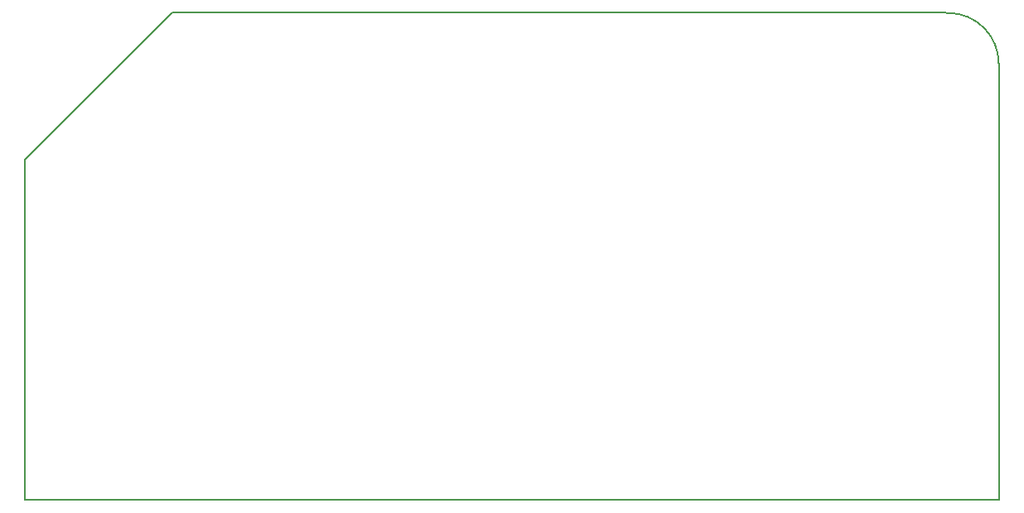
<source format=gm1>
%TF.GenerationSoftware,KiCad,Pcbnew,6.0.11-3.fc36*%
%TF.CreationDate,2023-07-24T20:28:09+01:00*%
%TF.ProjectId,max232_conv,6d617832-3332-45f6-936f-6e762e6b6963,0.1a*%
%TF.SameCoordinates,Original*%
%TF.FileFunction,Profile,NP*%
%FSLAX46Y46*%
G04 Gerber Fmt 4.6, Leading zero omitted, Abs format (unit mm)*
G04 Created by KiCad (PCBNEW 6.0.11-3.fc36) date 2023-07-24 20:28:09*
%MOMM*%
%LPD*%
G01*
G04 APERTURE LIST*
%TA.AperFunction,Profile*%
%ADD10C,0.150000*%
%TD*%
G04 APERTURE END LIST*
D10*
X247818400Y-103505000D02*
X248218400Y-103520000D01*
X153898600Y-118516400D02*
X153898600Y-153365200D01*
X253000000Y-153365200D02*
X253400000Y-153366162D01*
X253398400Y-108619800D02*
X253400000Y-153300000D01*
X153898600Y-153365200D02*
X253000000Y-153365200D01*
X253398400Y-108700000D02*
G75*
G03*
X248218400Y-103520000I-5180000J0D01*
G01*
X168910000Y-103505000D02*
X153898600Y-118516400D01*
X247818400Y-103505000D02*
X168910000Y-103505000D01*
M02*

</source>
